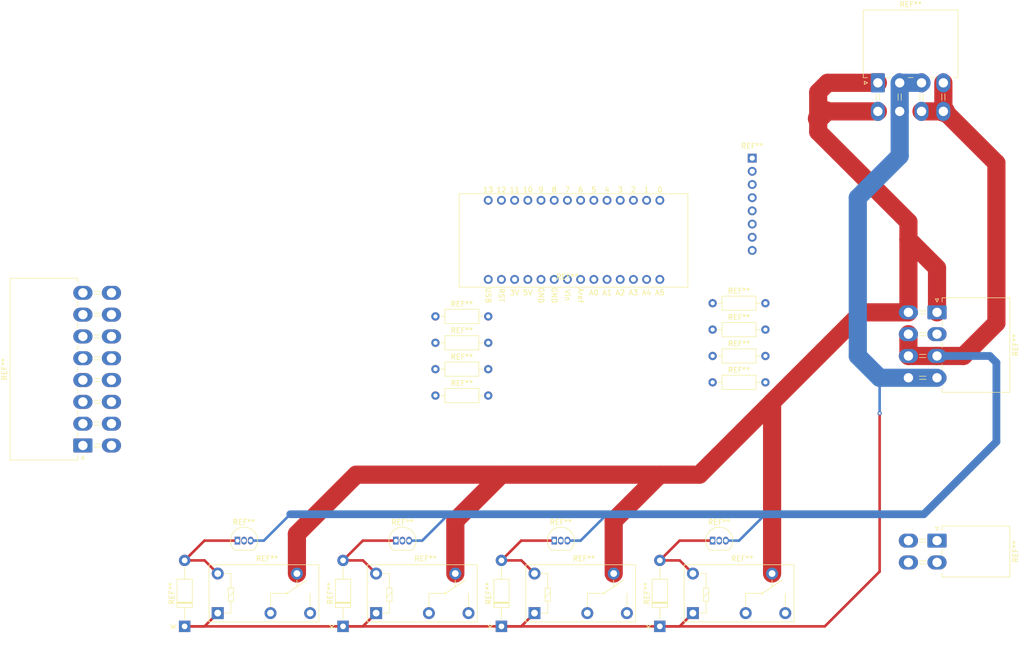
<source format=kicad_pcb>
(kicad_pcb (version 20211014) (generator pcbnew)
  (layers (0 "F.Cu" signal) (31 "B.Cu" signal) (34 "B.Paste" user) (35 "F.Paste" user) (36 "B.SilkS" user "B.Silkscreen") (37 "F.SilkS" user "F.Silkscreen") (38 "B.Mask" user) (39 "F.Mask" user) (44 "Edge.Cuts" user))
  (net 0 "")
  (footprint "Resistor_THT:R_Axial_DIN0207_L6.3mm_D2.5mm_P10.16mm_Horizontal" (layer "F.Cu") (at 101.6 104.14)
    (fp_text reference "REF**" (at 5.08 -2.37) (layer "F.SilkS"))
    (fp_text value "R_Axial_DIN0207_L6.3mm_D2.5mm_P10.16mm_Horizontal")
    (fp_line (start 1.81 1.37) (end 8.35 1.37) (layer "F.SilkS") (width 0.12))
    (fp_line (start 1.81 -1.37) (end 1.81 1.37) (layer "F.SilkS") (width 0.12))
    (fp_line (start 8.35 -1.37) (end 1.81 -1.37) (layer "F.SilkS") (width 0.12))
    (fp_line (start 1.04 0) (end 1.81 0) (layer "F.SilkS") (width 0.12))
    (fp_line (start 9.12 0) (end 8.35 0) (layer "F.SilkS") (width 0.12))
    (fp_line (start 8.35 1.37) (end 8.35 -1.37) (layer "F.SilkS") (width 0.12))
    (pad "1" thru_hole circle (at 0 0) (size 1.6 1.6) (drill 0.8) (layers F&B.Cu *.Mask))
    (pad "2" thru_hole oval (at 10.16 0) (size 1.6 1.6) (drill 0.8) (layers F&B.Cu *.Mask))
  )
  (footprint "Connector_Molex:Molex_Mini-Fit_Jr_5569-08A2_2x04_P4.20mm_Horizontal" (layer "F.Cu") (at 186.74 48.995)
    (fp_text reference "REF**" (at 6.3 -15.1) (layer "F.SilkS"))
    (fp_text value "Molex_Mini-Fit_Jr_5569-08A2_2x04_P4.20mm_Horizontal")
    (fp_line (start -2.81 -14.01) (end 6.3 -14.01) (layer "F.SilkS") (width 0.12))
    (fp_line (start -2.6 -0.3) (end -2 0) (layer "F.SilkS") (width 0.12))
    (fp_line (start 0.3 2.11) (end 0.3 3.39) (layer "F.SilkS") (width 0.12))
    (fp_line (start 12.9 2.11) (end 12.9 3.39) (layer "F.SilkS") (width 0.12))
    (fp_line (start -2 0) (end -2.6 0.3) (layer "F.SilkS") (width 0.12))
    (fp_line (start 3.9 2.11) (end 3.9 3.39) (layer "F.SilkS") (width 0.12))
    (fp_line (start 8.7 2.11) (end 8.7 3.39) (layer "F.SilkS") (width 0.12))
    (fp_line (start -2 -0.99) (end -2.81 -0.99) (layer "F.SilkS") (width 0.12))
    (fp_line (start -2.6 0.3) (end -2.6 -0.3) (layer "F.SilkS") (width 0.12))
    (fp_line (start 12.3 2.11) (end 12.3 3.39) (layer "F.SilkS") (width 0.12))
    (fp_line (start 1.61 -1) (end 2.59 -1) (layer "F.SilkS") (width 0.12))
    (fp_line (start -2.81 -0.99) (end -2.81 -14.01) (layer "F.SilkS") (width 0.12))
    (fp_line (start 5.81 -1) (end 6.79 -1) (layer "F.SilkS") (width 0.12))
    (fp_line (start 15.41 -14.01) (end 6.3 -14.01) (layer "F.SilkS") (width 0.12))
    (fp_line (start 10.01 -1) (end 10.99 -1) (layer "F.SilkS") (width 0.12))
    (fp_line (start 15.41 -0.99) (end 15.41 -14.01) (layer "F.SilkS") (width 0.12))
    (fp_line (start 4.5 2.11) (end 4.5 3.39) (layer "F.SilkS") (width 0.12))
    (fp_line (start 14.6 -0.99) (end 15.41 -0.99) (layer "F.SilkS") (width 0.12))
    (fp_line (start -0.3 2.11) (end -0.3 3.39) (layer "F.SilkS") (width 0.12))
    (fp_line (start 8.1 2.11) (end 8.1 3.39) (layer "F.SilkS") (width 0.12))
    (pad "" np_thru_hole circle (at 0 -7.3) (size 3 3) (drill 3) (layers F&B.Cu *.Mask))
    (pad "" np_thru_hole circle (at 12.6 -7.3) (size 3 3) (drill 3) (layers F&B.Cu *.Mask))
    (pad "1" thru_hole roundrect (at 0 0) (size 2.7 3.7) (drill 1.8) (layers F&B.Cu *.Mask) (roundrect_rratio 0.092593))
    (pad "2" thru_hole oval (at 4.2 0) (size 2.7 3.7) (drill 1.8) (layers F&B.Cu *.Mask))
    (pad "3" thru_hole oval (at 8.4 0) (size 2.7 3.7) (drill 1.8) (layers F&B.Cu *.Mask))
    (pad "4" thru_hole oval (at 12.6 0) (size 2.7 3.7) (drill 1.8) (layers F&B.Cu *.Mask))
    (pad "5" thru_hole oval (at 0 5.5) (size 2.7 3.7) (drill 1.8) (layers F&B.Cu *.Mask))
    (pad "6" thru_hole oval (at 4.2 5.5) (size 2.7 3.7) (drill 1.8) (layers F&B.Cu *.Mask))
    (pad "7" thru_hole oval (at 8.4 5.5) (size 2.7 3.7) (drill 1.8) (layers F&B.Cu *.Mask))
    (pad "8" thru_hole oval (at 12.6 5.5) (size 2.7 3.7) (drill 1.8) (layers F&B.Cu *.Mask))
  )
  (footprint "Diode_THT:D_DO-41_SOD81_P12.70mm_Horizontal" (layer "F.Cu") (at 53.34 153.67 90)
    (fp_text reference "REF**" (at 6.35 -2.47 90) (layer "F.SilkS"))
    (fp_text value "D_DO-41_SOD81_P12.70mm_Horizontal")
    (fp_text user "K" (at 0 -2.1 90) (layer "F.SilkS"))
    (fp_line (start 11.36 0) (end 9.07 0) (layer "F.SilkS") (width 0.12))
    (fp_line (start 9.07 1.47) (end 9.07 -1.47) (layer "F.SilkS") (width 0.12))
    (fp_line (start 4.65 -1.47) (end 4.65 1.47) (layer "F.SilkS") (width 0.12))
    (fp_line (start 3.63 -1.47) (end 3.63 1.47) (layer "F.SilkS") (width 0.12))
    (fp_line (start 4.53 -1.47) (end 4.53 1.47) (layer "F.SilkS") (width 0.12))
    (fp_line (start 4.41 -1.47) (end 4.41 1.47) (layer "F.SilkS") (width 0.12))
    (fp_line (start 9.07 -1.47) (end 3.63 -1.47) (layer "F.SilkS") (width 0.12))
    (fp_line (start 3.63 1.47) (end 9.07 1.47) (layer "F.SilkS") (width 0.12))
    (fp_line (start 1.34 0) (end 3.63 0) (layer "F.SilkS") (width 0.12))
    (pad "1" thru_hole rect (at 0 0 90) (size 2.2 2.2) (drill 1.1) (layers *.Cu *.Mask))
    (pad "2" thru_hole oval (at 12.7 0 90) (size 2.2 2.2) (drill 1.1) (layers *.Cu *.Mask))
  )
  (footprint "Resistor_THT:R_Axial_DIN0207_L6.3mm_D2.5mm_P10.16mm_Horizontal" (layer "F.Cu") (at 101.6 99.06)
    (fp_text reference "REF**" (at 5.08 -2.37) (layer "F.SilkS"))
    (fp_text value "R_Axial_DIN0207_L6.3mm_D2.5mm_P10.16mm_Horizontal")
    (fp_line (start 1.81 1.37) (end 8.35 1.37) (layer "F.SilkS") (width 0.12))
    (fp_line (start 1.81 -1.37) (end 1.81 1.37) (layer "F.SilkS") (width 0.12))
    (fp_line (start 8.35 -1.37) (end 1.81 -1.37) (layer "F.SilkS") (width 0.12))
    (fp_line (start 1.04 0) (end 1.81 0) (layer "F.SilkS") (width 0.12))
    (fp_line (start 9.12 0) (end 8.35 0) (layer "F.SilkS") (width 0.12))
    (fp_line (start 8.35 1.37) (end 8.35 -1.37) (layer "F.SilkS") (width 0.12))
    (pad "1" thru_hole circle (at 0 0) (size 1.6 1.6) (drill 0.8) (layers F&B.Cu *.Mask))
    (pad "2" thru_hole oval (at 10.16 0) (size 1.6 1.6) (drill 0.8) (layers F&B.Cu *.Mask))
  )
  (footprint "Resistor_THT:R_Axial_DIN0207_L6.3mm_D2.5mm_P10.16mm_Horizontal" (layer "F.Cu") (at 154.94 91.44)
    (fp_text reference "REF**" (at 5.08 -2.37) (layer "F.SilkS"))
    (fp_text value "R_Axial_DIN0207_L6.3mm_D2.5mm_P10.16mm_Horizontal")
    (fp_line (start 1.81 1.37) (end 8.35 1.37) (layer "F.SilkS") (width 0.12))
    (fp_line (start 1.81 -1.37) (end 1.81 1.37) (layer "F.SilkS") (width 0.12))
    (fp_line (start 8.35 -1.37) (end 1.81 -1.37) (layer "F.SilkS") (width 0.12))
    (fp_line (start 1.04 0) (end 1.81 0) (layer "F.SilkS") (width 0.12))
    (fp_line (start 9.12 0) (end 8.35 0) (layer "F.SilkS") (width 0.12))
    (fp_line (start 8.35 1.37) (end 8.35 -1.37) (layer "F.SilkS") (width 0.12))
    (pad "1" thru_hole circle (at 0 0) (size 1.6 1.6) (drill 0.8) (layers F&B.Cu *.Mask))
    (pad "2" thru_hole oval (at 10.16 0) (size 1.6 1.6) (drill 0.8) (layers F&B.Cu *.Mask))
  )
  (footprint "Diode_THT:D_DO-41_SOD81_P12.70mm_Horizontal" (layer "F.Cu") (at 83.82 153.67 90)
    (fp_text reference "REF**" (at 6.35 -2.47 90) (layer "F.SilkS"))
    (fp_text value "D_DO-41_SOD81_P12.70mm_Horizontal")
    (fp_text user "K" (at 0 -2.1 90) (layer "F.SilkS"))
    (fp_line (start 4.65 -1.47) (end 4.65 1.47) (layer "F.SilkS") (width 0.12))
    (fp_line (start 11.36 0) (end 9.07 0) (layer "F.SilkS") (width 0.12))
    (fp_line (start 3.63 -1.47) (end 3.63 1.47) (layer "F.SilkS") (width 0.12))
    (fp_line (start 1.34 0) (end 3.63 0) (layer "F.SilkS") (width 0.12))
    (fp_line (start 4.53 -1.47) (end 4.53 1.47) (layer "F.SilkS") (width 0.12))
    (fp_line (start 9.07 -1.47) (end 3.63 -1.47) (layer "F.SilkS") (width 0.12))
    (fp_line (start 4.41 -1.47) (end 4.41 1.47) (layer "F.SilkS") (width 0.12))
    (fp_line (start 9.07 1.47) (end 9.07 -1.47) (layer "F.SilkS") (width 0.12))
    (fp_line (start 3.63 1.47) (end 9.07 1.47) (layer "F.SilkS") (width 0.12))
    (pad "1" thru_hole rect (at 0 0 90) (size 2.2 2.2) (drill 1.1) (layers F&B.Cu *.Mask))
    (pad "2" thru_hole oval (at 12.7 0 90) (size 2.2 2.2) (drill 1.1) (layers F&B.Cu *.Mask))
  )
  (footprint "Package_TO_SOT_THT:TO-92_Inline" (layer "F.Cu") (at 124.46 137.16)
    (fp_text reference "REF**" (at 1.27 -3.56) (layer "F.SilkS"))
    (fp_text value "TO-92_Inline")
    (fp_line (start -0.53 1.85) (end 3.07 1.85) (layer "F.SilkS") (width 0.12))
    (fp_arc (start 1.27 -2.6) (mid 3.672087 -0.994977) (end 3.108478 1.838478) (layer "F.SilkS") (width 0.12))
    (fp_arc (start -0.568478 1.838478) (mid -1.132087 -0.994977) (end 1.27 -2.6) (layer "F.SilkS") (width 0.12))
    (pad "1" thru_hole rect (at 0 0) (size 1.05 1.5) (drill 0.75) (layers F&B.Cu *.Mask))
    (pad "2" thru_hole oval (at 1.27 0) (size 1.05 1.5) (drill 0.75) (layers F&B.Cu *.Mask))
    (pad "3" thru_hole oval (at 2.54 0) (size 1.05 1.5) (drill 0.75) (layers F&B.Cu *.Mask))
  )
  (footprint "Relay_THT:Relay_SPDT_Omron-G5Q-1" (layer "F.Cu") (at 90.185 151.12)
    (fp_text reference "REF**" (at 9.5 -10.5 180) (layer "F.SilkS"))
    (fp_text value "Relay_SPDT_Omron-G5Q-1")
    (fp_line (start 2.54 -2.29) (end 2.03 -2.29) (layer "F.SilkS") (width 0.12))
    (fp_line (start 2.03 -2.29) (end 2.03 -4.83) (layer "F.SilkS") (width 0.12))
    (fp_line (start -1.68 -9.31) (end 19.46 -9.31) (layer "F.SilkS") (width 0.12))
    (fp_line (start 15.24 -6.35) (end 15.24 -5.08) (layer "F.SilkS") (width 0.12))
    (fp_line (start 2.54 -4.83) (end 2.54 -7.62) (layer "F.SilkS") (width 0.12))
    (fp_line (start 17.78 -1.27) (end 17.78 -3.81) (layer "F.SilkS") (width 0.12))
    (fp_line (start 13.335 -3.81) (end 17.145 -6.35) (layer "F.SilkS") (width 0.12))
    (fp_line (start 3.05 -2.29) (end 2.54 -2.29) (layer "F.SilkS") (width 0.12))
    (fp_line (start 10.16 -3.81) (end 13.335 -3.81) (layer "F.SilkS") (width 0.12))
    (fp_line (start 10.16 -1.27) (end 10.16 -3.81) (layer "F.SilkS") (width 0.12))
    (fp_line (start 2.54 0) (end 2.54 -2.29) (layer "F.SilkS") (width 0.12))
    (fp_line (start 3.05 -4.83) (end 3.05 -2.29) (layer "F.SilkS") (width 0.12))
    (fp_line (start 2.54 -7.62) (end 1.27 -7.62) (layer "F.SilkS") (width 0.12))
    (fp_line (start 1.27 0) (end 2.54 0) (layer "F.SilkS") (width 0.12))
    (fp_line (start 2.03 -4.83) (end 2.54 -4.83) (layer "F.SilkS") (width 0.12))
    (fp_line (start 2.03 -3.05) (end 3.05 -4.06) (layer "F.SilkS") (width 0.12))
    (fp_line (start -1.68 1.69) (end -1.68 -9.31) (layer "F.SilkS") (width 0.12))
    (fp_line (start 2.54 -4.83) (end 3.05 -4.83) (layer "F.SilkS") (width 0.12))
    (fp_line (start -1.68 1.69) (end 19.46 1.69) (layer "F.SilkS") (width 0.12))
    (fp_line (start 19.46 1.69) (end 19.46 -9.31) (layer "F.SilkS") (width 0.12))
    (fp_circle (center 13.335 -3.81) (end 13.462 -3.81) (layer "F.SilkS") (width 0.12) (fill none))
    (pad "1" thru_hole rect (at 0 0 180) (size 2.3 2.3) (drill 1.3) (layers F&B.Cu *.Mask))
    (pad "2" thru_hole circle (at 10.16 0 180) (size 2.3 2.3) (drill 1.3) (layers F&B.Cu *.Mask))
    (pad "3" thru_hole circle (at 17.78 0 180) (size 2.3 2.3) (drill 1.3) (layers F&B.Cu *.Mask))
    (pad "4" thru_hole circle (at 15.24 -7.62 180) (size 2.3 2.3) (drill 1.3) (layers F&B.Cu *.Mask))
    (pad "5" thru_hole circle (at 0 -7.62 180) (size 2.3 2.3) (drill 1.3) (layers F&B.Cu *.Mask))
  )
  (footprint "Resistor_THT:R_Axial_DIN0207_L6.3mm_D2.5mm_P10.16mm_Horizontal" (layer "F.Cu") (at 154.94 106.68)
    (fp_text reference "REF**" (at 5.08 -2.37) (layer "F.SilkS"))
    (fp_text value "R_Axial_DIN0207_L6.3mm_D2.5mm_P10.16mm_Horizontal")
    (fp_line (start 1.81 1.37) (end 8.35 1.37) (layer "F.SilkS") (width 0.12))
    (fp_line (start 1.04 0) (end 1.81 0) (layer "F.SilkS") (width 0.12))
    (fp_line (start 1.81 -1.37) (end 1.81 1.37) (layer "F.SilkS") (width 0.12))
    (fp_line (start 8.35 -1.37) (end 1.81 -1.37) (layer "F.SilkS") (width 0.12))
    (fp_line (start 9.12 0) (end 8.35 0) (layer "F.SilkS") (width 0.12))
    (fp_line (start 8.35 1.37) (end 8.35 -1.37) (layer "F.SilkS") (width 0.12))
    (pad "1" thru_hole circle (at 0 0) (size 1.6 1.6) (drill 0.8) (layers F&B.Cu *.Mask))
    (pad "2" thru_hole oval (at 10.16 0) (size 1.6 1.6) (drill 0.8) (layers F&B.Cu *.Mask))
  )
  (footprint "Relay_THT:Relay_SPDT_Omron-G5Q-1" (layer "F.Cu") (at 120.665 151.12)
    (fp_text reference "REF**" (at 9.5 -10.5 180) (layer "F.SilkS"))
    (fp_text value "Relay_SPDT_Omron-G5Q-1")
    (fp_line (start 2.54 -4.83) (end 2.54 -7.62) (layer "F.SilkS") (width 0.12))
    (fp_line (start -1.68 -9.31) (end 19.46 -9.31) (layer "F.SilkS") (width 0.12))
    (fp_line (start 10.16 -3.81) (end 13.335 -3.81) (layer "F.SilkS") (width 0.12))
    (fp_line (start 17.78 -1.27) (end 17.78 -3.81) (layer "F.SilkS") (width 0.12))
    (fp_line (start 15.24 -6.35) (end 15.24 -5.08) (layer "F.SilkS") (width 0.12))
    (fp_line (start 10.16 -1.27) (end 10.16 -3.81) (layer "F.SilkS") (width 0.12))
    (fp_line (start 2.03 -3.05) (end 3.05 -4.06) (layer "F.SilkS") (width 0.12))
    (fp_line (start -1.68 1.69) (end 19.46 1.69) (layer "F.SilkS") (width 0.12))
    (fp_line (start 2.54 0) (end 2.54 -2.29) (layer "F.SilkS") (width 0.12))
    (fp_line (start 1.27 0) (end 2.54 0) (layer "F.SilkS") (width 0.12))
    (fp_line (start 2.54 -4.83) (end 3.05 -4.83) (layer "F.SilkS") (width 0.12))
    (fp_line (start 2.03 -4.83) (end 2.54 -4.83) (layer "F.SilkS") (width 0.12))
    (fp_line (start 2.03 -2.29) (end 2.03 -4.83) (layer "F.SilkS") (width 0.12))
    (fp_line (start 19.46 1.69) (end 19.46 -9.31) (layer "F.SilkS") (width 0.12))
    (fp_line (start 2.54 -7.62) (end 1.27 -7.62) (layer "F.SilkS") (width 0.12))
    (fp_line (start 2.54 -2.29) (end 2.03 -2.29) (layer "F.SilkS") (width 0.12))
    (fp_line (start 3.05 -4.83) (end 3.05 -2.29) (layer "F.SilkS") (width 0.12))
    (fp_line (start -1.68 1.69) (end -1.68 -9.31) (layer "F.SilkS") (width 0.12))
    (fp_line (start 13.335 -3.81) (end 17.145 -6.35) (layer "F.SilkS") (width 0.12))
    (fp_line (start 3.05 -2.29) (end 2.54 -2.29) (layer "F.SilkS") (width 0.12))
    (fp_circle (center 13.335 -3.81) (end 13.462 -3.81) (layer "F.SilkS") (width 0.12) (fill none))
    (pad "1" thru_hole rect (at 0 0 180) (size 2.3 2.3) (drill 1.3) (layers F&B.Cu *.Mask))
    (pad "2" thru_hole circle (at 10.16 0 180) (size 2.3 2.3) (drill 1.3) (layers F&B.Cu *.Mask))
    (pad "3" thru_hole circle (at 17.78 0 180) (size 2.3 2.3) (drill 1.3) (layers F&B.Cu *.Mask))
    (pad "4" thru_hole circle (at 15.24 -7.62 180) (size 2.3 2.3) (drill 1.3) (layers F&B.Cu *.Mask))
    (pad "5" thru_hole circle (at 0 -7.62 180) (size 2.3 2.3) (drill 1.3) (layers F&B.Cu *.Mask))
  )
  (footprint "Resistor_THT:R_Axial_DIN0207_L6.3mm_D2.5mm_P10.16mm_Horizontal" (layer "F.Cu") (at 101.6 109.22)
    (fp_text reference "REF**" (at 5.08 -2.37) (layer "F.SilkS"))
    (fp_text value "R_Axial_DIN0207_L6.3mm_D2.5mm_P10.16mm_Horizontal")
    (fp_line (start 1.81 1.37) (end 8.35 1.37) (layer "F.SilkS") (width 0.12))
    (fp_line (start 1.81 -1.37) (end 1.81 1.37) (layer "F.SilkS") (width 0.12))
    (fp_line (start 8.35 -1.37) (end 1.81 -1.37) (layer "F.SilkS") (width 0.12))
    (fp_line (start 1.04 0) (end 1.81 0) (layer "F.SilkS") (width 0.12))
    (fp_line (start 9.12 0) (end 8.35 0) (layer "F.SilkS") (width 0.12))
    (fp_line (start 8.35 1.37) (end 8.35 -1.37) (layer "F.SilkS") (width 0.12))
    (pad "1" thru_hole circle (at 0 0) (size 1.6 1.6) (drill 0.8) (layers F&B.Cu *.Mask))
    (pad "2" thru_hole oval (at 10.16 0) (size 1.6 1.6) (drill 0.8) (layers F&B.Cu *.Mask))
  )
  (footprint "custom_footprints:metro_mini" (layer "F.Cu") (at 127 78.74)
    (fp_text reference "REF**" (at 0 7.62 unlocked) (layer "F.SilkS"))
    (fp_text value "metro_mini")
    (fp_text user "8" (at -2.54 -9.144 unlocked) (layer "F.SilkS"))
    (fp_text user "4" (at 7.62 -9.144 unlocked) (layer "F.SilkS"))
    (fp_text user "10" (at -7.62 -9.144 unlocked) (layer "F.SilkS"))
    (fp_text user "9" (at -5.08 -9.144 unlocked) (layer "F.SilkS"))
    (fp_text user "GND" (at -5.08 11.176 -90 unlocked) (layer "F.SilkS"))
    (fp_text user "0" (at 17.78 -9.144 unlocked) (layer "F.SilkS"))
    (fp_text user "A1" (at 7.62 10.668 unlocked) (layer "F.SilkS"))
    (fp_text user "7" (at 0 -9.144 unlocked) (layer "F.SilkS"))
    (fp_text user "A0" (at 5.08 10.668 unlocked) (layer "F.SilkS"))
    (fp_text user "13" (at -15.24 -9.144 unlocked) (layer "F.SilkS"))
    (fp_text user "Vin" (at 0 11.176 -90 unlocked) (layer "F.SilkS"))
    (fp_text user "3V" (at -10.16 10.668 unlocked) (layer "F.SilkS"))
    (fp_text user "Aref" (at 2.54 11.176 -90 unlocked) (layer "F.SilkS"))
    (fp_text user "A4" (at 15.24 10.668 unlocked) (layer "F.SilkS"))
    (fp_text user "A5" (at 17.78 10.668 unlocked) (layer "F.SilkS"))
    (fp_text user "GND" (at -2.54 11.176 -90 unlocked) (layer "F.SilkS"))
    (fp_text user "A3" (at 12.7 10.668 unlocked) (layer "F.SilkS"))
    (fp_text user "3" (at 10.16 -9.144 unlocked) (layer "F.SilkS"))
    (fp_text user "1" (at 15.24 -9.144 unlocked) (layer "F.SilkS"))
    (fp_text user "A2" (at 10.16 10.668 unlocked) (layer "F.SilkS"))
    (fp_text user "USB" (at -15.24 11.176 -90 unlocked) (layer "F.SilkS"))
    (fp_text user "5V" (at -7.62 10.668 unlocked) (layer "F.SilkS"))
    (fp_text user "11" (at -10.16 -9.144 unlocked) (layer "F.SilkS"))
    (fp_text user "6" (at 2.54 -9.144 unlocked) (layer "F.SilkS"))
    (fp_text user "5" (at 5.08 -9.144 unlocked) (layer "F.SilkS"))
    (fp_text user "RST" (at -12.7 11.176 -90 unlocked) (layer "F.SilkS"))
    (fp_text user "12" (at -12.7 -9.144 unlocked) (layer "F.SilkS"))
    (fp_text user "2" (at 12.7 -9.144 unlocked) (layer "F.SilkS"))
    (fp_rect (start -20.828 -8.382) (end 23.172 9.618) (layer "F.SilkS") (width 0.12) (fill none))
    (pad "0" thru_hole circle (at 17.78 -7.12 270) (size 1.7 1.7) (drill 1) (layers *.Cu *.Mask))
    (pad "1" thru_hole circle (at 15.24 -7.12 270) (size 1.7 1.7) (drill 1) (layers *.Cu *.Mask))
    (pad "2" thru_hole circle (at 12.7 -7.12 270) (size 1.7 1.7) (drill 1) (layers *.Cu *.Mask))
    (pad "3" thru_hole circle (at 10.16 -7.12 270) (size 1.7 1.7) (drill 1) (layers *.Cu *.Mask))
    (pad "4" thru_hole circle (at 7.62 -7.12 270) (size 1.7 1.7) (drill 1) (layers *.Cu *.Mask))
    (pad "5" thru_hole circle (at 5.08 -7.12 270) (size 1.7 1.7) (drill 1) (layers *.Cu *.Mask))
    (pad "6" thru_hole circle (at 2.54 -7.12 270) (size 1.7 1.7) (drill 1) (layers *.Cu *.Mask))
    (pad "7" thru_hole circle (at 0 -7.12 270) (size 1.7 1.7) (drill 1) (layers *.Cu *.Mask))
    (pad "8" thru_hole circle (at -2.54 -7.12 270) (size 1.7 1.7) (drill 1) (layers *.Cu *.Mask))
    (pad "9" thru_hole circle (at -5.08 -7.12 270) (size 1.7 1.7) (drill 1) (layers *.Cu *.Mask))
    (pad "10" thru_hole circle (at -7.62 -7.12 270) (size 1.7 1.7) (drill 1) (layers *.Cu *.Mask))
    (pad "11" thru_hole circle (at -10.16 -7.12 270) (size 1.7 1.7) (drill 1) (layers *.Cu *.Mask))
    (pad "12" thru_hole circle (at -12.7 -7.12 270) (size 1.7 1.7) (drill 1) (layers *.Cu *.Mask))
    (pad "13" thru_hole circle (at -15.24 -7.12 270) (size 1.7 1.7) (drill 1) (layers *.Cu *.Mask))
    (pad "14" thru_hole circle (at -15.24 8.12 270) (size 1.7 1.7) (drill 1) (layers *.Cu *.Mask))
    (pad "15" thru_hole circle (at -12.7 8.12 270) (size 1.7 1.7) (drill 1) (layers *.Cu *.Mask))
    (pad "16" thru_hole circle (at -10.16 8.12 270) (size 1.7 1.7) (drill 1) (layers *.Cu *.Mask))
    (pad "17" thru_hole circle (at -7.62 8.12 270) (size 1.7 1.7) (drill 1) (layers *.Cu *.Mask))
    (pad "18" thru_hole circle (at -5.08 8.12 270) (size 1.7 1.7) (drill 1) (layers *.Cu *.Mask))
    (pad "19" thru_hole circle (at -2.54 8.12 270) (size 1.7 1.7) (drill 1) (layers *.Cu *.Mask))
    (pad "20" thru_hole circle (at 0 8.12 270) (size 1.7 1.7) (drill 1) (layers *.Cu *.Mask))
    (pad "21" thru_hole circle (at 2.54 8.12 270) (size 1.7 1.7) (drill 1) (layers *.Cu *.Mask))
    (pad "22" thru_hole circle (at 5.08 8.12 270) (size 1.7 1.7) (drill 1) (layers *.Cu *.Mask))
    (pad "23" thru_hole circle (at 7.62 8.12 270) (size 1.7 1.7) (drill 1) (layers *.Cu *.Mask))
    (pad "24" thru_hole circle (at 10.16 8.12 270) (size 1.7 1.7) (drill 1) (layers *.Cu *.Mask))
    (pad "25" thru_hole circle (at 12.7 8.12 270) (size 1.7 1.7) (drill 1) (layers *.Cu *.Mask))
    (pad "26" thru_hole circle (at 15.24 8.12 270) (size 1.7 1.7) (drill 1) (layers *.Cu *.Mask))
    (pad "27" thru_hole circle (at 17.78 8.12 270) (size 1.7 1.7) (drill 1) (layers *.Cu *.Mask))
  )
  (footprint "Connector_Molex:Molex_Mini-Fit_Jr_5569-08A2_2x04_P4.20mm_Horizontal" (layer "F.Cu") (at 198.12 93.2 -90)
    (fp_text reference "REF**" (at 6.3 -15.1 90) (layer "F.SilkS"))
    (fp_text value "Molex_Mini-Fit_Jr_5569-08A2_2x04_P4.20mm_Horizontal")
    (fp_line (start 12.3 2.11) (end 12.3 3.39) (layer "F.SilkS") (width 0.12))
    (fp_line (start 3.9 2.11) (end 3.9 3.39) (layer "F.SilkS") (width 0.12))
    (fp_line (start 15.41 -14.01) (end 6.3 -14.01) (layer "F.SilkS") (width 0.12))
    (fp_line (start -2 0) (end -2.6 0.3) (layer "F.SilkS") (width 0.12))
    (fp_line (start 12.9 2.11) (end 12.9 3.39) (layer "F.SilkS") (width 0.12))
    (fp_line (start -2.81 -14.01) (end 6.3 -14.01) (layer "F.SilkS") (width 0.12))
    (fp_line (start 4.5 2.11) (end 4.5 3.39) (layer "F.SilkS") (width 0.12))
    (fp_line (start -2.6 0.3) (end -2.6 -0.3) (layer "F.SilkS") (width 0.12))
    (fp_line (start 10.01 -1) (end 10.99 -1) (layer "F.SilkS") (width 0.12))
    (fp_line (start 8.7 2.11) (end 8.7 3.39) (layer "F.SilkS") (width 0.12))
    (fp_line (start 0.3 2.11) (end 0.3 3.39) (layer "F.SilkS") (width 0.12))
    (fp_line (start -2.6 -0.3) (end -2 0) (layer "F.SilkS") (width 0.12))
    (fp_line (start 14.6 -0.99) (end 15.41 -0.99) (layer "F.SilkS") (width 0.12))
    (fp_line (start -0.3 2.11) (end -0.3 3.39) (layer "F.SilkS") (width 0.12))
    (fp_line (start -2.81 -0.99) (end -2.81 -14.01) (layer "F.SilkS") (width 0.12))
    (fp_line (start 8.1 2.11) (end 8.1 3.39) (layer "F.SilkS") (width 0.12))
    (fp_line (start -2 -0.99) (end -2.81 -0.99) (layer "F.SilkS") (width 0.12))
    (fp_line (start 1.61 -1) (end 2.59 -1) (layer "F.SilkS") (width 0.12))
    (fp_line (start 15.41 -0.99) (end 15.41 -14.01) (layer "F.SilkS") (width 0.12))
    (fp_line (start 5.81 -1) (end 6.79 -1) (layer "F.SilkS") (width 0.12))
    (pad "" np_thru_hole circle (at 12.6 -7.3 270) (size 3 3) (drill 3) (layers *.Cu *.Mask))
    (pad "" np_thru_hole circle (at 0 -7.3 270) (size 3 3) (drill 3) (layers *.Cu *.Mask))
    (pad "1" thru_hole roundrect (at 0 0 270) (size 2.7 3.7) (drill 1.8) (layers *.Cu *.Mask) (roundrect_rratio 0.092593))
    (pad "2" thru_hole oval (at 4.2 0 270) (size 2.7 3.7) (drill 1.8) (layers *.Cu *.Mask))
    (pad "3" thru_hole oval (at 8.4 0 270) (size 2.7 3.7) (drill 1.8) (layers *.Cu *.Mask))
    (pad "4" thru_hole oval (at 12.6 0 270) (size 2.7 3.7) (drill 1.8) (layers *.Cu *.Mask))
    (pad "5" thru_hole oval (at 0 5.5 270) (size 2.7 3.7) (drill 1.8) (layers *.Cu *.Mask))
    (pad "6" thru_hole oval (at 4.2 5.5 270) (size 2.7 3.7) (drill 1.8) (layers *.Cu *.Mask))
    (pad "7" thru_hole oval (at 8.4 5.5 270) (size 2.7 3.7) (drill 1.8) (layers *.Cu *.Mask))
    (pad "8" thru_hole oval (at 12.6 5.5 270) (size 2.7 3.7) (drill 1.8) (layers *.Cu *.Mask))
  )
  (footprint "Package_TO_SOT_THT:TO-92_Inline" (layer "F.Cu") (at 154.94 137.16)
    (fp_text reference "REF**" (at 1.27 -3.56) (layer "F.SilkS"))
    (fp_text value "TO-92_Inline")
    (fp_line (start -0.53 1.85) (end 3.07 1.85) (layer "F.SilkS") (width 0.12))
    (fp_arc (start -0.568478 1.838478) (mid -1.132087 -0.994977) (end 1.27 -2.6) (layer "F.SilkS") (width 0.12))
    (fp_arc (start 1.27 -2.6) (mid 3.672087 -0.994977) (end 3.108478 1.838478) (layer "F.SilkS") (width 0.12))
    (pad "1" thru_hole rect (at 0 0) (size 1.05 1.5) (drill 0.75) (layers F&B.Cu *.Mask))
    (pad "2" thru_hole oval (at 1.27 0) (size 1.05 1.5) (drill 0.75) (layers F&B.Cu *.Mask))
    (pad "3" thru_hole oval (at 2.54 0) (size 1.05 1.5) (drill 0.75) (layers F&B.Cu *.Mask))
  )
  (footprint "Resistor_THT:R_Axial_DIN0207_L6.3mm_D2.5mm_P10.16mm_Horizontal" (layer "F.Cu") (at 101.6 93.98)
    (fp_text reference "REF**" (at 5.08 -2.37) (layer "F.SilkS"))
    (fp_text value "R_Axial_DIN0207_L6.3mm_D2.5mm_P10.16mm_Horizontal")
    (fp_line (start 1.81 1.37) (end 8.35 1.37) (layer "F.SilkS") (width 0.12))
    (fp_line (start 1.81 -1.37) (end 1.81 1.37) (layer "F.SilkS") (width 0.12))
    (fp_line (start 8.35 -1.37) (end 1.81 -1.37) (layer "F.SilkS") (width 0.12))
    (fp_line (start 1.04 0) (end 1.81 0) (layer "F.SilkS") (width 0.12))
    (fp_line (start 9.12 0) (end 8.35 0) (layer "F.SilkS") (width 0.12))
    (fp_line (start 8.35 1.37) (end 8.35 -1.37) (layer "F.SilkS") (width 0.12))
    (pad "1" thru_hole circle (at 0 0) (size 1.6 1.6) (drill 0.8) (layers F&B.Cu *.Mask))
    (pad "2" thru_hole oval (at 10.16 0) (size 1.6 1.6) (drill 0.8) (layers F&B.Cu *.Mask))
  )
  (footprint "Package_TO_SOT_THT:TO-92_Inline" (layer "F.Cu") (at 63.5 137.16)
    (fp_text reference "REF**" (at 1.27 -3.56) (layer "F.SilkS"))
    (fp_text value "TO-92_Inline")
    (fp_line (start -0.53 1.85) (end 3.07 1.85) (layer "F.SilkS") (width 0.12))
    (fp_arc (start -0.568478 1.838478) (mid -1.132087 -0.994977) (end 1.27 -2.6) (layer "F.SilkS") (width 0.12))
    (fp_arc (start 1.27 -2.6) (mid 3.672087 -0.994977) (end 3.108478 1.838478) (layer "F.SilkS") (width 0.12))
    (pad "1" thru_hole rect (at 0 0) (size 1.05 1.5) (drill 0.75) (layers *.Cu *.Mask))
    (pad "2" thru_hole oval (at 1.27 0) (size 1.05 1.5) (drill 0.75) (layers *.Cu *.Mask))
    (pad "3" thru_hole oval (at 2.54 0) (size 1.05 1.5) (drill 0.75) (layers *.Cu *.Mask))
  )
  (footprint "Relay_THT:Relay_SPDT_Omron-G5Q-1" (layer "F.Cu") (at 151.145 151.12)
    (fp_text reference "REF**" (at 9.5 -10.5 180) (layer "F.SilkS"))
    (fp_text value "Relay_SPDT_Omron-G5Q-1")
    (fp_line (start 2.54 -2.29) (end 2.03 -2.29) (layer "F.SilkS") (width 0.12))
    (fp_line (start 3.05 -4.83) (end 3.05 -2.29) (layer "F.SilkS") (width 0.12))
    (fp_line (start -1.68 1.69) (end -1.68 -9.31) (layer "F.SilkS") (width 0.12))
    (fp_line (start 2.54 -4.83) (end 2.54 -7.62) (layer "F.SilkS") (width 0.12))
    (fp_line (start 13.335 -3.81) (end 17.145 -6.35) (layer "F.SilkS") (width 0.12))
    (fp_line (start 10.16 -1.27) (end 10.16 -3.81) (layer "F.SilkS") (width 0.12))
    (fp_line (start -1.68 -9.31) (end 19.46 -9.31) (layer "F.SilkS") (width 0.12))
    (fp_line (start 2.03 -3.05) (end 3.05 -4.06) (layer "F.SilkS") (width 0.12))
    (fp_line (start 17.78 -1.27) (end 17.78 -3.81) (layer "F.SilkS") (width 0.12))
    (fp_line (start 1.27 0) (end 2.54 0) (layer "F.SilkS") (width 0.12))
    (fp_line (start 10.16 -3.81) (end 13.335 -3.81) (layer "F.SilkS") (width 0.12))
    (fp_line (start 2.03 -4.83) (end 2.54 -4.83) (layer "F.SilkS") (width 0.12))
    (fp_line (start 3.05 -2.29) (end 2.54 -2.29) (layer "F.SilkS") (width 0.12))
    (fp_line (start 2.03 -2.29) (end 2.03 -4.83) (layer "F.SilkS") (width 0.12))
    (fp_line (start 15.24 -6.35) (end 15.24 -5.08) (layer "F.SilkS") (width 0.12))
    (fp_line (start 2.54 -7.62) (end 1.27 -7.62) (layer "F.SilkS") (width 0.12))
    (fp_line (start 19.46 1.69) (end 19.46 -9.31) (layer "F.SilkS") (width 0.12))
    (fp_line (start -1.68 1.69) (end 19.46 1.69) (layer "F.SilkS") (width 0.12))
    (fp_line (start 2.54 0) (end 2.54 -2.29) (layer "F.SilkS") (width 0.12))
    (fp_line (start 2.54 -4.83) (end 3.05 -4.83) (layer "F.SilkS") (width 0.12))
    (fp_circle (center 13.335 -3.81) (end 13.462 -3.81) (layer "F.SilkS") (width 0.12) (fill none))
    (pad "1" thru_hole rect (at 0 0 180) (size 2.3 2.3) (drill 1.3) (layers F&B.Cu *.Mask))
    (pad "2" thru_hole circle (at 10.16 0 180) (size 2.3 2.3) (drill 1.3) (layers F&B.Cu *.Mask))
    (pad "3" thru_hole circle (at 17.78 0 180) (size 2.3 2.3) (drill 1.3) (layers F&B.Cu *.Mask))
    (pad "4" thru_hole circle (at 15.24 -7.62 180) (size 2.3 2.3) (drill 1.3) (layers F&B.Cu *.Mask))
    (pad "5" thru_hole circle (at 0 -7.62 180) (size 2.3 2.3) (drill 1.3) (layers F&B.Cu *.Mask))
  )
  (footprint "Connector_Molex:Molex_Mini-Fit_Jr_5569-04A2_2x02_P4.20mm_Horizontal" (layer "F.Cu") (at 198.12 137.16 -90)
    (fp_text reference "REF**" (at 2.1 -15.1 90) (layer "F.SilkS"))
    (fp_text value "Molex_Mini-Fit_Jr_5569-04A2_2x02_P4.20mm_Horizontal")
    (fp_line (start 1.61 -1) (end 2.59 -1) (layer "F.SilkS") (width 0.12))
    (fp_line (start -2.6 -0.3) (end -2 0) (layer "F.SilkS") (width 0.12))
    (fp_line (start -0.3 2.11) (end -0.3 3.39) (layer "F.SilkS") (width 0.12))
    (fp_line (start 3.9 2.11) (end 3.9 3.39) (layer "F.SilkS") (width 0.12))
    (fp_line (start 4.5 2.11) (end 4.5 3.39) (layer "F.SilkS") (width 0.12))
    (fp_line (start -2.81 -0.99) (end -2.81 -14.01) (layer "F.SilkS") (width 0.12))
    (fp_line (start 7.01 -14.01) (end 2.1 -14.01) (layer "F.SilkS") (width 0.12))
    (fp_line (start -2.6 0.3) (end -2.6 -0.3) (layer "F.SilkS") (width 0.12))
    (fp_line (start 7.01 -0.99) (end 7.01 -14.01) (layer "F.SilkS") (width 0.12))
    (fp_line (start 0.3 2.11) (end 0.3 3.39) (layer "F.SilkS") (width 0.12))
    (fp_line (start -2 0) (end -2.6 0.3) (layer "F.SilkS") (width 0.12))
    (fp_line (start 6.2 -0.99) (end 7.01 -0.99) (layer "F.SilkS") (width 0.12))
    (fp_line (start -2.81 -14.01) (end 2.1 -14.01) (layer "F.SilkS") (width 0.12))
    (fp_line (start -2 -0.99) (end -2.81 -0.99) (layer "F.SilkS") (width 0.12))
    (pad "" np_thru_hole circle (at 2.1 -7.3 270) (size 3 3) (drill 3) (layers *.Cu *.Mask))
    (pad "1" thru_hole roundrect (at 0 0 270) (size 2.7 3.7) (drill 1.8) (layers *.Cu *.Mask) (roundrect_rratio 0.092593))
    (pad "2" thru_hole oval (at 4.2 0 270) (size 2.7 3.7) (drill 1.8) (layers *.Cu *.Mask))
    (pad "3" thru_hole oval (at 0 5.5 270) (size 2.7 3.7) (drill 1.8) (layers *.Cu *.Mask))
    (pad "4" thru_hole oval (at 4.2 5.5 270) (size 2.7 3.7) (drill 1.8) (layers *.Cu *.Mask))
  )
  (footprint "Relay_THT:Relay_SPDT_Omron-G5Q-1" (layer "F.Cu") (at 59.705 151.12)
    (fp_text reference "REF**" (at 9.5 -10.5 180) (layer "F.SilkS"))
    (fp_text value "Relay_SPDT_Omron-G5Q-1")
    (fp_line (start 15.24 -6.35) (end 15.24 -5.08) (layer "F.SilkS") (width 0.12))
    (fp_line (start 2.54 -4.83) (end 2.54 -7.62) (layer "F.SilkS") (width 0.12))
    (fp_line (start 13.335 -3.81) (end 17.145 -6.35) (layer "F.SilkS") (width 0.12))
    (fp_line (start -1.68 -9.31) (end 19.46 -9.31) (layer "F.SilkS") (width 0.12))
    (fp_line (start 3.05 -4.83) (end 3.05 -2.29) (layer "F.SilkS") (width 0.12))
    (fp_line (start 2.03 -2.29) (end 2.03 -4.83) (layer "F.SilkS") (width 0.12))
    (fp_line (start 2.54 0) (end 2.54 -2.29) (layer "F.SilkS") (width 0.12))
    (fp_line (start 3.05 -2.29) (end 2.54 -2.29) (layer "F.SilkS") (width 0.12))
    (fp_line (start 2.54 -4.83) (end 3.05 -4.83) (layer "F.SilkS") (width 0.12))
    (fp_line (start 2.54 -2.29) (end 2.03 -2.29) (layer "F.SilkS") (width 0.12))
    (fp_line (start 2.03 -3.05) (end 3.05 -4.06) (layer "F.SilkS") (width 0.12))
    (fp_line (start 1.27 0) (end 2.54 0) (layer "F.SilkS") (width 0.12))
    (fp_line (start 10.16 -1.27) (end 10.16 -3.81) (layer "F.SilkS") (width 0.12))
    (fp_line (start -1.68 1.69) (end -1.68 -9.31) (layer "F.SilkS") (width 0.12))
    (fp_line (start 2.03 -4.83) (end 2.54 -4.83) (layer "F.SilkS") (width 0.12))
    (fp_line (start 2.54 -7.62) (end 1.27 -7.62) (layer "F.SilkS") (width 0.12))
    (fp_line (start -1.68 1.69) (end 19.46 1.69) (layer "F.SilkS") (width 0.12))
    (fp_line (start 19.46 1.69) (end 19.46 -9.31) (layer "F.SilkS") (width 0.12))
    (fp_line (start 10.16 -3.81) (end 13.335 -3.81) (layer "F.SilkS") (width 0.12))
    (fp_line (start 17.78 -1.27) (end 17.78 -3.81) (layer "F.SilkS") (width 0.12))
    (fp_circle (center 13.335 -3.81) (end 13.462 -3.81) (layer "F.SilkS") (width 0.12) (fill none))
    (pad "1" thru_hole rect (at 0 0 180) (size 2.3 2.3) (drill 1.3) (layers *.Cu *.Mask))
    (pad "2" thru_hole circle (at 10.16 0 180) (size 2.3 2.3) (drill 1.3) (layers *.Cu *.Mask))
    (pad "3" thru_hole circle (at 17.78 0 180) (size 2.3 2.3) (drill 1.3) (layers *.Cu *.Mask))
    (pad "4" thru_hole circle (at 15.24 -7.62 180) (size 2.3 2.3) (drill 1.3) (layers *.Cu *.Mask))
    (pad "5" thru_hole circle (at 0 -7.62 180) (size 2.3 2.3) (drill 1.3) (layers *.Cu *.Mask))
  )
  (footprint "Diode_THT:D_DO-41_SOD81_P12.70mm_Horizontal" (layer "F.Cu") (at 114.3 153.67 90)
    (fp_text reference "REF**" (at 6.35 -2.47 90) (layer "F.SilkS"))
    (fp_text value "D_DO-41_SOD81_P12.70mm_Horizontal")
    (fp_text user "K" (at 0 -2.1 90) (layer "F.SilkS"))
    (fp_line (start 9.07 -1.47) (end 3.63 -1.47) (layer "F.SilkS") (width 0.12))
    (fp_line (start 1.34 0) (end 3.63 0) (layer "F.SilkS") (width 0.12))
    (fp_line (start 11.36 0) (end 9.07 0) (layer "F.SilkS") (width 0.12))
    (fp_line (start 9.07 1.47) (end 9.07 -1.47) (layer "F.SilkS") (width 0.12))
    (fp_line (start 4.65 -1.47) (end 4.65 1.47) (layer "F.SilkS") (width 0.12))
    (fp_line (start 4.41 -1.47) (end 4.41 1.47) (layer "F.SilkS") (width 0.12))
    (fp_line (start 4.53 -1.47) (end 4.53 1.47) (layer "F.SilkS") (width 0.12))
    (fp_line (start 3.63 1.47) (end 9.07 1.47) (layer "F.SilkS") (width 0.12))
    (fp_line (start 3.63 -1.47) (end 3.63 1.47) (layer "F.SilkS") (width 0.12))
    (pad "1" thru_hole rect (at 0 0 90) (size 2.2 2.2) (drill 1.1) (layers F&B.Cu *.Mask))
    (pad "2" thru_hole oval (at 12.7 0 90) (size 2.2 2.2) (drill 1.1) (layers F&B.Cu *.Mask))
  )
  (footprint "Resistor_THT:R_Axial_DIN0207_L6.3mm_D2.5mm_P10.16mm_Horizontal" (layer "F.Cu") (at 154.94 101.6)
    (fp_text reference "REF**" (at 5.08 -2.37) (layer "F.SilkS"))
    (fp_text value "R_Axial_DIN0207_L6.3mm_D2.5mm_P10.16mm_Horizontal")
    (fp_line (start 1.04 0) (end 1.81 0) (layer "F.SilkS") (width 0.12))
    (fp_line (start 8.35 1.37) (end 8.35 -1.37) (layer "F.SilkS") (width 0.12))
    (fp_line (start 1.81 1.37) (end 8.35 1.37) (layer "F.SilkS") (width 0.12))
    (fp_line (start 9.12 0) (end 8.35 0) (layer "F.SilkS") (width 0.12))
    (fp_line (start 8.35 -1.37) (end 1.81 -1.37) (layer "F.SilkS") (width 0.12))
    (fp_line (start 1.81 -1.37) (end 1.81 1.37) (layer "F.SilkS") (width 0.12))
    (pad "1" thru_hole circle (at 0 0) (size 1.6 1.6) (drill 0.8) (layers F&B.Cu *.Mask))
    (pad "2" thru_hole oval (at 10.16 0) (size 1.6 1.6) (drill 0.8) (layers F&B.Cu *.Mask))
  )
  (footprint "Resistor_THT:R_Axial_DIN0207_L6.3mm_D2.5mm_P10.16mm_Horizontal" (layer "F.Cu") (at 154.94 96.52)
    (fp_text reference "REF**" (at 5.08 -2.37) (layer "F.SilkS"))
    (fp_text value "R_Axial_DIN0207_L6.3mm_D2.5mm_P10.16mm_Horizontal")
    (fp_line (start 1.81 1.37) (end 8.35 1.37) (layer "F.SilkS") (width 0.12))
    (fp_line (start 8.35 1.37) (end 8.35 -1.37) (layer "F.SilkS") (width 0.12))
    (fp_line (start 1.04 0) (end 1.81 0) (layer "F.SilkS") (width 0.12))
    (fp_line (start 9.12 0) (end 8.35 0) (layer "F.SilkS") (width 0.12))
    (fp_line (start 8.35 -1.37) (end 1.81 -1.37) (layer "F.SilkS") (width 0.12))
    (fp_line (start 1.81 -1.37) (end 1.81 1.37) (layer "F.SilkS") (width 0.12))
    (pad "1" thru_hole circle (at 0 0) (size 1.6 1.6) (drill 0.8) (layers *.Cu *.Mask))
    (pad "2" thru_hole oval (at 10.16 0) (size 1.6 1.6) (drill 0.8) (layers *.Cu *.Mask))
  )
  (footprint "Diode_THT:D_DO-41_SOD81_P12.70mm_Horizontal" (layer "F.Cu") (at 144.78 153.67 90)
    (fp_text reference "REF**" (at 6.35 -2.47 90) (layer "F.SilkS"))
    (fp_text value "D_DO-41_SOD81_P12.70mm_Horizontal")
    (fp_text user "K" (at 0 -2.1 90) (layer "F.SilkS"))
    (fp_line (start 11.36 0) (end 9.07 0) (layer "F.SilkS") (width 0.12))
    (fp_line (start 3.63 -1.47) (end 3.63 1.47) (layer "F.SilkS") (width 0.12))
    (fp_line (start 1.34 0) (end 3.63 0) (layer "F.SilkS") (width 0.12))
    (fp_line (start 9.07 -1.47) (end 3.63 -1.47) (layer "F.SilkS") (width 0.12))
    (fp_line (start 3.63 1.47) (end 9.07 1.47) (layer "F.SilkS") (width 0.12))
    (fp_line (start 9.07 1.47) (end 9.07 -1.47) (layer "F.SilkS") (width 0.12))
    (fp_line (start 4.65 -1.47) (end 4.65 1.47) (layer "F.SilkS") (width 0.12))
    (fp_line (start 4.41 -1.47) (end 4.41 1.47) (layer "F.SilkS") (width 0.12))
    (fp_line (start 4.53 -1.47) (end 4.53 1.47) (layer "F.SilkS") (width 0.12))
    (pad "1" thru_hole rect (at 0 0 90) (size 2.2 2.2) (drill 1.1) (layers F&B.Cu *.Mask))
    (pad "2" thru_hole oval (at 12.7 0 90) (size 2.2 2.2) (drill 1.1) (layers F&B.Cu *.Mask))
  )
  (footprint "Connector_Molex:Molex_Mini-Fit_Jr_5569-16A2_2x08_P4.20mm_Horizontal" (layer "F.Cu") (at 33.755 118.84 90)
    (fp_text reference "REF**" (at 14.7 -15.1 90) (layer "F.SilkS"))
    (fp_text value "Molex_Mini-Fit_Jr_5569-16A2_2x08_P4.20mm_Horizontal")
    (fp_line (start 1.61 -1) (end 2.59 -1) (layer "F.SilkS") (width 0.12))
    (fp_line (start 4.5 2.11) (end 4.5 3.39) (layer "F.SilkS") (width 0.12))
    (fp_line (start 21.3 2.11) (end 21.3 3.39) (layer "F.SilkS") (width 0.12))
    (fp_line (start 29.7 2.11) (end 29.7 3.39) (layer "F.SilkS") (width 0.12))
    (fp_line (start -2.81 -14.01) (end 14.7 -14.01) (layer "F.SilkS") (width 0.12))
    (fp_line (start -0.3 2.11) (end -0.3 3.39) (layer "F.SilkS") (width 0.12))
    (fp_line (start 14.21 -1) (end 15.19 -1) (layer "F.SilkS") (width 0.12))
    (fp_line (start 32.21 -0.99) (end 32.21 -14.01) (layer "F.SilkS") (width 0.12))
    (fp_line (start 22.61 -1) (end 23.59 -1) (layer "F.SilkS") (width 0.12))
    (fp_line (start 24.9 2.11) (end 24.9 3.39) (layer "F.SilkS") (width 0.12))
    (fp_line (start 3.9 2.11) (end 3.9 3.39) (layer "F.SilkS") (width 0.12))
    (fp_line (start -2 -0.99) (end -2.81 -0.99) (layer "F.SilkS") (width 0.12))
    (fp_line (start 25.5 2.11) (end 25.5 3.39) (layer "F.SilkS") (width 0.12))
    (fp_line (start 0.3 2.11) (end 0.3 3.39) (layer "F.SilkS") (width 0.12))
    (fp_line (start 18.41 -1) (end 19.39 -1) (layer "F.SilkS") (width 0.12))
    (fp_line (start -2.6 0.3) (end -2.6 -0.3) (layer "F.SilkS") (width 0.12))
    (fp_line (start 8.7 2.11) (end 8.7 3.39) (layer "F.SilkS") (width 0.12))
    (fp_line (start 32.21 -14.01) (end 14.7 -14.01) (layer "F.SilkS") (width 0.12))
    (fp_line (start 12.3 2.11) (end 12.3 3.39) (layer "F.SilkS") (width 0.12))
    (fp_line (start 16.5 2.11) (end 16.5 3.39) (layer "F.SilkS") (width 0.12))
    (fp_line (start 10.01 -1) (end 10.99 -1) (layer "F.SilkS") (width 0.12))
    (fp_line (start 26.81 -1) (end 27.79 -1) (layer "F.SilkS") (width 0.12))
    (fp_line (start 8.1 2.11) (end 8.1 3.39) (layer "F.SilkS") (width 0.12))
    (fp_line (start -2.6 -0.3) (end -2 0) (layer "F.SilkS") (width 0.12))
    (fp_line (start -2.81 -0.99) (end -2.81 -14.01) (layer "F.SilkS") (width 0.12))
    (fp_line (start 20.7 2.11) (end 20.7 3.39) (layer "F.SilkS") (width 0.12))
    (fp_line (start 12.9 2.11) (end 12.9 3.39) (layer "F.SilkS") (width 0.12))
    (fp_line (start 29.1 2.11) (end 29.1 3.39) (layer "F.SilkS") (width 0.12))
    (fp_line (start 17.1 2.11) (end 17.1 3.39) (layer "F.SilkS") (width 0.12))
    (fp_line (start -2 0) (end -2.6 0.3) (layer "F.SilkS") (width 0.12))
    (fp_line (start 5.81 -1) (end 6.79 -1) (layer "F.SilkS") (width 0.12))
    (fp_line (start 31.4 -0.99) (end 32.21 -0.99) (layer "F.SilkS") (width 0.12))
    (pad "" np_thru_hole circle (at 29.4 -7.3 90) (size 3 3) (drill 3) (layers *.Cu *.Mask))
    (pad "" np_thru_hole circle (at 0 -7.3 90) (size 3 3) (drill 3) (layers *.Cu *.Mask))
    (pad "1" thru_hole roundrect (at 0 0 90) (size 2.7 3.7) (drill 1.8) (layers *.Cu *.Mask) (roundrect_rratio 0.092593))
    (pad "2" thru_hole oval (at 4.2 0 90) (size 2.7 3.7) (drill 1.8) (layers *.Cu *.Mask))
    (pad "3" thru_hole oval (at 8.4 0 90) (size 2.7 3.7) (drill 1.8) (layers *.Cu *.Mask))
    (pad "4" thru_hole oval (at 12.6 0 90) (size 2.7 3.7) (drill 1.8) (layers *.Cu *.Mask))
    (pad "5" thru_hole oval (at 16.8 0 90) (size 2.7 3.7) (drill 1.8) (layers *.Cu *.Mask))
    (pad "6" thru_hole oval (at 21 0 90) (size 2.7 3.7) (drill 1.8) (layers *.Cu *.Mask))
    (pad "7" thru_hole oval (at 25.2 0 90) (size 2.7 3.7) (drill 1.8) (layers *.Cu *.Mask))
    (pad "8" thru_hole oval (at 29.4 0 90) (size 2.7 3.7) (drill 1.8) (layers *.Cu *.Mask))
    (pad "9" thru_hole oval (at 0 5.5 90) (size 2.7 3.7) (drill 1.8) (layers *.Cu *.Mask))
    (pad "10" thru_hole oval (at 4.2 5.5 90) (size 2.7 3.7) (drill 1.8) (layers *.Cu *.Mask))
    (pad "11" thru_hole oval (at 8.4 5.5 90) (size 2.7 3.7) (drill 1.8) (layers *.Cu *.Mask))
    (pad "12" thru_hole oval (at 12.6 5.5 90) (size 2.7 3.7) (drill 1.8) (layers *.Cu *.Mask))
    (pad "13" thru_hole oval (at 16.8 5.5 90) (size 2.7 3.7) (drill 1.8) (layers *.Cu *.Mask))
    (pad "14" thru_hole oval (at 21 5.5 90) (size 2.7 3.7) (drill 1.8) (layers *.Cu *.Mask))
    (pad "15" thru_hole oval (at 25.2 5.5 90) (size 2.7 3.7) (drill 1.8) (layers *.Cu *.Mask))
    (pad "16" thru_hole oval (at 29.4 5.5 90) (size 2.7 3.7) (drill 1.8) (layers *.Cu *.Mask))
  )
  (footprint "Package_TO_SOT_THT:TO-92_Inline" (layer "F.Cu") (at 93.98 137.16)
    (fp_text reference "REF**" (at 1.27 -3.56) (layer "F.SilkS"))
    (fp_text value "TO-92_Inline")
    (fp_line (start -0.53 1.85) (end 3.07 1.85) (layer "F.SilkS") (width 0.12))
    (fp_arc (start 1.27 -2.6) (mid 3.672087 -0.994977) (end 3.108478 1.838478) (layer "F.SilkS") (width 0.12))
    (fp_arc (start -0.568478 1.838478) (mid -1.132087 -0.994977) (end 1.27 -2.6) (layer "F.SilkS") (width 0.12))
    (pad "1" thru_hole rect (at 0 0) (size 1.05 1.5) (drill 0.75) (layers F&B.Cu *.Mask))
    (pad "2" thru_hole oval (at 1.27 0) (size 1.05 1.5) (drill 0.75) (layers F&B.Cu *.Mask))
    (pad "3" thru_hole oval (at 2.54 0) (size 1.05 1.5) (drill 0.75) (layers F&B.Cu *.Mask))
  )
  (footprint "custom_footprints:mpu6050" (layer "F.Cu") (at 162.56 71.12)
    (fp_text reference "REF**" (at 0 -9.95) (layer "F.SilkS"))
    (fp_text value "mpu6050")
    (pad "1" thru_hole rect (at 0 -7.62) (size 1.7 1.7) (drill 1) (layers *.Cu *.Mask))
    (pad "2" thru_hole oval (at 0 -5.08) (size 1.7 1.7) (drill 1) (layers *.Cu *.Mask))
    (pad "3" thru_hole oval (at 0 -2.54) (size 1.7 1.7) (drill 1) (layers *.Cu *.Mask))
    (pad "4" thru_hole oval (at 0 0) (size 1.7 1.7) (drill 1) (layers *.Cu *.Mask))
    (pad "5" thru_hole oval (at 0 2.54) (size 1.7 1.7) (drill 1) (layers *.Cu *.Mask))
    (pad "6" thru_hole oval (at 0 5.08) (size 1.7 1.7) (drill 1) (layers *.Cu *.Mask))
    (pad "7" thru_hole oval (at 0 7.62) (size 1.7 1.7) (drill 1) (layers *.Cu *.Mask))
    (pad "8" thru_hole oval (at 0 10.16) (size 1.7 1.7) (drill 1) (layers *.Cu *.Mask))
  )
  (segment (start 135.905 143.5) (end 135.905 133.335) (width 3.5) (layer "F.Cu") (net 0))
  (segment (start 57.155 153.67) (end 59.705 151.12) (width 0.5) (layer "F.Cu") (net 0))
  (segment (start 57.175 140.97) (end 53.34 140.97) (width 0.5) (layer "F.Cu") (net 0))
  (segment (start 209.55 95.25) (end 203.2 101.6) (width 3.5) (layer "F.Cu") (net 0))
  (segment (start 53.34 153.67) (end 176.53 153.67) (width 0.5) (layer "F.Cu") (net 0))
  (segment (start 192.62 93.2) (end 192.62 79.16) (width 3.5) (layer "F.Cu") (net 0))
  (segment (start 105.425 143.5) (end 105.425 133.335) (width 3.5) (layer "F.Cu") (net 0))
  (segment (start 183.66 93.2) (end 166.385 110.475) (width 3.5) (layer "F.Cu") (net 0))
  (segment (start 135.905 133.335) (end 144.78 124.46) (width 3.5) (layer "F.Cu") (net 0))
  (segment (start 192.62 79.16) (end 192.62 75.78) (width 3.5) (layer "F.Cu") (net 0))
  (segment (start 151.145 143.5) (end 148.615 140.97) (width 0.5) (layer "F.Cu") (net 0))
  (segment (start 53.34 153.67) (end 57.155 153.67) (width 0.5) (layer "F.Cu") (net 0))
  (segment (start 87.63 137.16) (end 83.82 140.97) (width 0.5) (layer "F.Cu") (net 0))
  (segment (start 74.945 135.875) (end 74.945 143.5) (width 3.5) (layer "F.Cu") (net 0))
  (segment (start 198.12 84.66) (end 192.62 79.16) (width 3.5) (layer "F.Cu") (net 0))
  (segment (start 114.3 124.46) (end 86.36 124.46) (width 3.5) (layer "F.Cu") (net 0))
  (segment (start 63.5 137.16) (end 57.15 137.16) (width 0.5) (layer "F.Cu") (net 0))
  (segment (start 192.62 75.78) (end 175.26 58.42) (width 3.5) (layer "F.Cu") (net 0))
  (segment (start 148.59 137.16) (end 144.78 140.97) (width 0.5) (layer "F.Cu") (net 0))
  (segment (start 33.755 114.64) (end 32.68 114.64) (width 0.5) (layer "F.Cu") (net 0))
  (segment (start 118.115 153.67) (end 120.665 151.12) (width 0.5) (layer "F.Cu") (net 0))
  (segment (start 192.62 97.4) (end 192.62 101.6) (width 3.5) (layer "F.Cu") (net 0))
  (segment (start 176.645 54.495) (end 175.26 55.88) (width 4) (layer "F.Cu") (net 0))
  (segment (start 59.705 143.5) (end 57.175 140.97) (width 0.5) (layer "F.Cu") (net 0))
  (segment (start 199.34 54.495) (end 199.5925 54.495) (width 4) (layer "F.Cu") (net 0))
  (segment (start 83.82 153.67) (end 87.635 153.67) (width 0.5) (layer "F.Cu") (net 0))
  (segment (start 105.425 133.335) (end 114.3 124.46) (width 3.5) (layer "F.Cu") (net 0))
  (segment (start 87.655 140.97) (end 83.82 140.97) (width 0.5) (layer "F.Cu") (net 0))
  (segment (start 114.3 140.97) (end 118.135 140.97) (width 0.5) (layer "F.Cu") (net 0))
  (segment (start 87.635 153.67) (end 90.185 151.12) (width 0.5) (layer "F.Cu") (net 0))
  (segment (start 86.36 124.46) (end 74.945 135.875) (width 3.5) (layer "F.Cu") (net 0))
  (segment (start 152.4 124.46) (end 144.78 124.46) (width 3.5) (layer "F.Cu") (net 0))
  (segment (start 166.385 110.475) (end 166.385 143.5) (width 3.5) (layer "F.Cu") (net 0))
  (segment (start 199.34 48.995) (end 199.34 54.495) (width 3.5) (layer "F.Cu") (net 0))
  (segment (start 57.15 137.16) (end 53.34 140.97) (width 0.5) (layer "F.Cu") (net 0))
  (segment (start 90.185 143.5) (end 87.655 140.97) (width 0.5) (layer "F.Cu") (net 0))
  (segment (start 144.78 153.67) (end 148.595 153.67) (width 0.5) (layer "F.Cu") (net 0))
  (segment (start 198.12 93.2) (end 198.12 84.66) (width 3.5) (layer "F.Cu") (net 0))
  (segment (start 203.2 101.6) (end 198.12 101.6) (width 3.5) (layer "F.Cu") (net 0))
  (segment (start 124.46 137.16) (end 118.11 137.16) (width 0.5) (layer "F.Cu") (net 0))
  (segment (start 187.08 143.12) (end 176.53 153.67) (width 0.5) (layer "F.Cu") (net 0))
  (segment (start 114.3 153.67) (end 118.115 153.67) (width 0.5) (layer "F.Cu") (net 0))
  (segment (start 187.08 112.64) (end 187.08 143.12) (width 0.5) (layer "F.Cu") (net 0))
  (segment (start 144.78 124.46) (end 114.3 124.46) (width 3.5) (layer "F.Cu") (net 0))
  (segment (start 166.385 110.475) (end 152.4 124.46) (width 3.5) (layer "F.Cu") (net 0))
  (segment (start 154.94 137.16) (end 148.59 137.16) (width 0.5) (layer "F.Cu") (net 0))
  (segment (start 195.14 54.495) (end 199.34 54.495) (width 3.5) (layer "F.Cu") (net 0))
  (segment (start 186.74 54.495) (end 176.645 54.495) (width 3.5) (layer "F.Cu") (net 0))
  (segment (start 192.62 93.2) (end 183.66 93.2) (width 3.5) (layer "F.Cu") (net 0))
  (segment (start 175.26 58.42) (end 175.26 55.88) (width 3.5) (layer "F.Cu") (net 0))
  (segment (start 175.26 55.88) (end 175.26 50.8) (width 3.5) (layer "F.Cu") (net 0))
  (segment (start 175.26 50.8) (end 177.065 48.995) (width 3.5) (layer "F.Cu") (net 0))
  (segment (start 118.11 137.16) (end 114.3 140.97) (width 0.5) (layer "F.Cu") (net 0))
  (segment (start 192.62 101.6) (end 198.12 101.6) (width 3.5) (layer "F.Cu") (net 0))
  (segment (start 148.615 140.97) (end 144.78 140.97) (width 0.5) (layer "F.Cu") (net 0))
  (segment (start 177.065 48.995) (end 186.74 48.995) (width 3.5) (layer "F.Cu") (net 0))
  (segment (start 118.135 140.97) (end 120.665 143.5) (width 0.5) (layer "F.Cu") (net 0))
  (segment (start 93.98 137.16) (end 87.63 137.16) (width 0.5) (layer "F.Cu") (net 0))
  (segment (start 199.5925 54.495) (end 209.55 64.4525) (width 3.5) (layer "F.Cu") (net 0))
  (segment (start 209.55 64.4525) (end 209.55 95.25) (width 3.5) (layer "F.Cu") (net 0))
  (segment (start 148.595 153.67) (end 151.145 151.12) (width 0.5) (layer "F.Cu") (net 0))
  (via (at 187.08 112.64) (size 0.8) (drill 0.4) (layers "F.Cu" "B.Cu") (net 0))
  (segment (start 66.04 137.16) (end 68.58 137.16) (width 0.5) (layer "B.Cu") (net 0))
  (segment (start 160.02 137.16) (end 165.1 132.08) (width 0.5) (layer "B.Cu") (net 0))
  (segment (start 198.12 101.6) (end 208.28 101.6) (width 1.5) (layer "B.Cu") (net 0))
  (segment (start 209.55 118.11) (end 195.58 132.08) (width 1.5) (layer "B.Cu") (net 0))
  (segment (start 99.06 137.16) (end 104.14 132.08) (width 0.5) (layer "B.Cu") (net 0))
  (segment (start 208.28 101.6) (end 209.55 102.87) (width 1.5) (layer "B.Cu") (net 0))
  (segment (start 182.88 101.6) (end 182.88 71.12) (width 3.5) (layer "B.Cu") (net 0))
  (segment (start 195.58 132.08) (end 73.66 132.08) (width 1.5) (layer "B.Cu") (net 0))
  (segment (start 190.94 63.06) (end 190.94 54.495) (width 3.5) (layer "B.Cu") (net 0))
  (segment (start 157.48 137.16) (end 160.02 137.16) (width 0.5) (layer "B.Cu") (net 0))
  (segment (start 198.12 105.8) (end 187.08 105.8) (width 3.5) (layer "B.Cu") (net 0))
  (segment (start 96.52 137.16) (end 99.06 137.16) (width 0.5) (layer "B.Cu") (net 0))
  (segment (start 190.94 54.495) (end 190.94 48.995) (width 3.5) (layer "B.Cu") (net 0))
  (segment (start 190.94 48.995) (end 195.14 48.995) (width 3.5) (layer "B.Cu") (net 0))
  (segment (start 68.58 137.16) (end 73.66 132.08) (width 0.5) (layer "B.Cu") (net 0))
  (segment (start 182.88 71.12) (end 190.94 63.06) (width 3.5) (layer "B.Cu") (net 0))
  (segment (start 209.55 102.87) (end 209.55 118.11) (width 1.5) (layer "B.Cu") (net 0))
  (segment (start 127 137.16) (end 129.54 137.16) (width 0.5) (layer "B.Cu") (net 0))
  (segment (start 129.54 137.16) (end 134.62 132.08) (width 0.5) (layer "B.Cu") (net 0))
  (segment (start 187.08 105.8) (end 182.88 101.6) (width 3.5) (layer "B.Cu") (net 0))
  (segment (start 187.08 105.8) (end 187.08 112.64) (width 0.5) (layer "B.Cu") (net 0))
)
</source>
